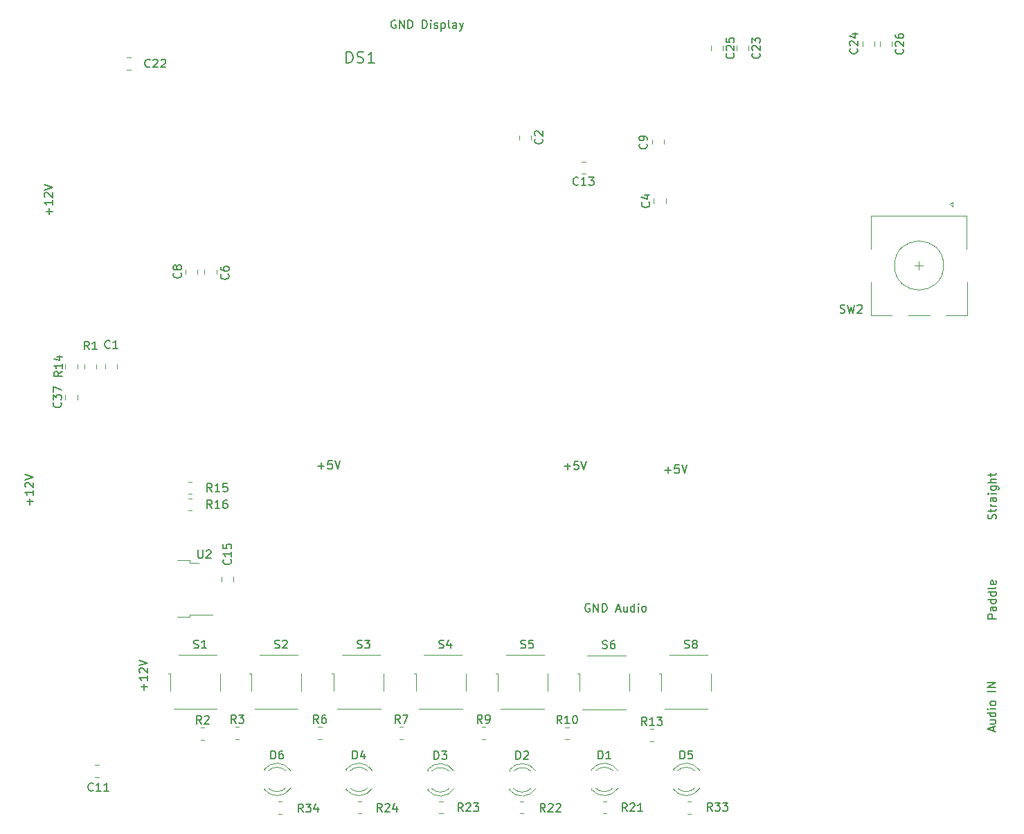
<source format=gbr>
%TF.GenerationSoftware,KiCad,Pcbnew,(6.0.11-0)*%
%TF.CreationDate,2023-05-23T17:58:13+02:00*%
%TF.ProjectId,Keyer_MEGA2560,4b657965-725f-44d4-9547-41323536302e,rev?*%
%TF.SameCoordinates,Original*%
%TF.FileFunction,Legend,Top*%
%TF.FilePolarity,Positive*%
%FSLAX46Y46*%
G04 Gerber Fmt 4.6, Leading zero omitted, Abs format (unit mm)*
G04 Created by KiCad (PCBNEW (6.0.11-0)) date 2023-05-23 17:58:13*
%MOMM*%
%LPD*%
G01*
G04 APERTURE LIST*
%ADD10C,0.150000*%
%ADD11C,0.120000*%
%ADD12C,0.100000*%
G04 APERTURE END LIST*
D10*
X294552666Y-161980190D02*
X294552666Y-161504000D01*
X294838380Y-162075428D02*
X293838380Y-161742095D01*
X294838380Y-161408761D01*
X294171714Y-160646857D02*
X294838380Y-160646857D01*
X294171714Y-161075428D02*
X294695523Y-161075428D01*
X294790761Y-161027809D01*
X294838380Y-160932571D01*
X294838380Y-160789714D01*
X294790761Y-160694476D01*
X294743142Y-160646857D01*
X294838380Y-159742095D02*
X293838380Y-159742095D01*
X294790761Y-159742095D02*
X294838380Y-159837333D01*
X294838380Y-160027809D01*
X294790761Y-160123047D01*
X294743142Y-160170666D01*
X294647904Y-160218285D01*
X294362190Y-160218285D01*
X294266952Y-160170666D01*
X294219333Y-160123047D01*
X294171714Y-160027809D01*
X294171714Y-159837333D01*
X294219333Y-159742095D01*
X294838380Y-159265904D02*
X294171714Y-159265904D01*
X293838380Y-159265904D02*
X293886000Y-159313523D01*
X293933619Y-159265904D01*
X293886000Y-159218285D01*
X293838380Y-159265904D01*
X293933619Y-159265904D01*
X294838380Y-158646857D02*
X294790761Y-158742095D01*
X294743142Y-158789714D01*
X294647904Y-158837333D01*
X294362190Y-158837333D01*
X294266952Y-158789714D01*
X294219333Y-158742095D01*
X294171714Y-158646857D01*
X294171714Y-158504000D01*
X294219333Y-158408761D01*
X294266952Y-158361142D01*
X294362190Y-158313523D01*
X294647904Y-158313523D01*
X294743142Y-158361142D01*
X294790761Y-158408761D01*
X294838380Y-158504000D01*
X294838380Y-158646857D01*
X294838380Y-157123047D02*
X293838380Y-157123047D01*
X294838380Y-156646857D02*
X293838380Y-156646857D01*
X294838380Y-156075428D01*
X293838380Y-156075428D01*
X294841561Y-136010304D02*
X294889180Y-135867447D01*
X294889180Y-135629352D01*
X294841561Y-135534114D01*
X294793942Y-135486495D01*
X294698704Y-135438876D01*
X294603466Y-135438876D01*
X294508228Y-135486495D01*
X294460609Y-135534114D01*
X294412990Y-135629352D01*
X294365371Y-135819828D01*
X294317752Y-135915066D01*
X294270133Y-135962685D01*
X294174895Y-136010304D01*
X294079657Y-136010304D01*
X293984419Y-135962685D01*
X293936800Y-135915066D01*
X293889180Y-135819828D01*
X293889180Y-135581733D01*
X293936800Y-135438876D01*
X294222514Y-135153161D02*
X294222514Y-134772209D01*
X293889180Y-135010304D02*
X294746323Y-135010304D01*
X294841561Y-134962685D01*
X294889180Y-134867447D01*
X294889180Y-134772209D01*
X294889180Y-134438876D02*
X294222514Y-134438876D01*
X294412990Y-134438876D02*
X294317752Y-134391257D01*
X294270133Y-134343638D01*
X294222514Y-134248400D01*
X294222514Y-134153161D01*
X294889180Y-133391257D02*
X294365371Y-133391257D01*
X294270133Y-133438876D01*
X294222514Y-133534114D01*
X294222514Y-133724590D01*
X294270133Y-133819828D01*
X294841561Y-133391257D02*
X294889180Y-133486495D01*
X294889180Y-133724590D01*
X294841561Y-133819828D01*
X294746323Y-133867447D01*
X294651085Y-133867447D01*
X294555847Y-133819828D01*
X294508228Y-133724590D01*
X294508228Y-133486495D01*
X294460609Y-133391257D01*
X294889180Y-132915066D02*
X294222514Y-132915066D01*
X293889180Y-132915066D02*
X293936800Y-132962685D01*
X293984419Y-132915066D01*
X293936800Y-132867447D01*
X293889180Y-132915066D01*
X293984419Y-132915066D01*
X294222514Y-132010304D02*
X295032038Y-132010304D01*
X295127276Y-132057923D01*
X295174895Y-132105542D01*
X295222514Y-132200780D01*
X295222514Y-132343638D01*
X295174895Y-132438876D01*
X294841561Y-132010304D02*
X294889180Y-132105542D01*
X294889180Y-132296019D01*
X294841561Y-132391257D01*
X294793942Y-132438876D01*
X294698704Y-132486495D01*
X294412990Y-132486495D01*
X294317752Y-132438876D01*
X294270133Y-132391257D01*
X294222514Y-132296019D01*
X294222514Y-132105542D01*
X294270133Y-132010304D01*
X294889180Y-131534114D02*
X293889180Y-131534114D01*
X294889180Y-131105542D02*
X294365371Y-131105542D01*
X294270133Y-131153161D01*
X294222514Y-131248400D01*
X294222514Y-131391257D01*
X294270133Y-131486495D01*
X294317752Y-131534114D01*
X294222514Y-130772209D02*
X294222514Y-130391257D01*
X293889180Y-130629352D02*
X294746323Y-130629352D01*
X294841561Y-130581733D01*
X294889180Y-130486495D01*
X294889180Y-130391257D01*
X211972685Y-129509828D02*
X212734590Y-129509828D01*
X212353638Y-129890780D02*
X212353638Y-129128876D01*
X213686971Y-128890780D02*
X213210780Y-128890780D01*
X213163161Y-129366971D01*
X213210780Y-129319352D01*
X213306019Y-129271733D01*
X213544114Y-129271733D01*
X213639352Y-129319352D01*
X213686971Y-129366971D01*
X213734590Y-129462209D01*
X213734590Y-129700304D01*
X213686971Y-129795542D01*
X213639352Y-129843161D01*
X213544114Y-129890780D01*
X213306019Y-129890780D01*
X213210780Y-129843161D01*
X213163161Y-129795542D01*
X214020304Y-128890780D02*
X214353638Y-129890780D01*
X214686971Y-128890780D01*
X176753828Y-134248304D02*
X176753828Y-133486400D01*
X177134780Y-133867352D02*
X176372876Y-133867352D01*
X177134780Y-132486400D02*
X177134780Y-133057828D01*
X177134780Y-132772114D02*
X176134780Y-132772114D01*
X176277638Y-132867352D01*
X176372876Y-132962590D01*
X176420495Y-133057828D01*
X176230019Y-132105447D02*
X176182400Y-132057828D01*
X176134780Y-131962590D01*
X176134780Y-131724495D01*
X176182400Y-131629257D01*
X176230019Y-131581638D01*
X176325257Y-131534019D01*
X176420495Y-131534019D01*
X176563352Y-131581638D01*
X177134780Y-132153066D01*
X177134780Y-131534019D01*
X176134780Y-131248304D02*
X177134780Y-130914971D01*
X176134780Y-130581638D01*
X294889180Y-148207123D02*
X293889180Y-148207123D01*
X293889180Y-147826171D01*
X293936800Y-147730933D01*
X293984419Y-147683314D01*
X294079657Y-147635695D01*
X294222514Y-147635695D01*
X294317752Y-147683314D01*
X294365371Y-147730933D01*
X294412990Y-147826171D01*
X294412990Y-148207123D01*
X294889180Y-146778552D02*
X294365371Y-146778552D01*
X294270133Y-146826171D01*
X294222514Y-146921409D01*
X294222514Y-147111885D01*
X294270133Y-147207123D01*
X294841561Y-146778552D02*
X294889180Y-146873790D01*
X294889180Y-147111885D01*
X294841561Y-147207123D01*
X294746323Y-147254742D01*
X294651085Y-147254742D01*
X294555847Y-147207123D01*
X294508228Y-147111885D01*
X294508228Y-146873790D01*
X294460609Y-146778552D01*
X294889180Y-145873790D02*
X293889180Y-145873790D01*
X294841561Y-145873790D02*
X294889180Y-145969028D01*
X294889180Y-146159504D01*
X294841561Y-146254742D01*
X294793942Y-146302361D01*
X294698704Y-146349980D01*
X294412990Y-146349980D01*
X294317752Y-146302361D01*
X294270133Y-146254742D01*
X294222514Y-146159504D01*
X294222514Y-145969028D01*
X294270133Y-145873790D01*
X294889180Y-144969028D02*
X293889180Y-144969028D01*
X294841561Y-144969028D02*
X294889180Y-145064266D01*
X294889180Y-145254742D01*
X294841561Y-145349980D01*
X294793942Y-145397600D01*
X294698704Y-145445219D01*
X294412990Y-145445219D01*
X294317752Y-145397600D01*
X294270133Y-145349980D01*
X294222514Y-145254742D01*
X294222514Y-145064266D01*
X294270133Y-144969028D01*
X294889180Y-144349980D02*
X294841561Y-144445219D01*
X294746323Y-144492838D01*
X293889180Y-144492838D01*
X294841561Y-143588076D02*
X294889180Y-143683314D01*
X294889180Y-143873790D01*
X294841561Y-143969028D01*
X294746323Y-144016647D01*
X294365371Y-144016647D01*
X294270133Y-143969028D01*
X294222514Y-143873790D01*
X294222514Y-143683314D01*
X294270133Y-143588076D01*
X294365371Y-143540457D01*
X294460609Y-143540457D01*
X294555847Y-144016647D01*
X242097085Y-129560628D02*
X242858990Y-129560628D01*
X242478038Y-129941580D02*
X242478038Y-129179676D01*
X243811371Y-128941580D02*
X243335180Y-128941580D01*
X243287561Y-129417771D01*
X243335180Y-129370152D01*
X243430419Y-129322533D01*
X243668514Y-129322533D01*
X243763752Y-129370152D01*
X243811371Y-129417771D01*
X243858990Y-129513009D01*
X243858990Y-129751104D01*
X243811371Y-129846342D01*
X243763752Y-129893961D01*
X243668514Y-129941580D01*
X243430419Y-129941580D01*
X243335180Y-129893961D01*
X243287561Y-129846342D01*
X244144704Y-128941580D02*
X244478038Y-129941580D01*
X244811371Y-128941580D01*
X190723828Y-156955904D02*
X190723828Y-156194000D01*
X191104780Y-156574952D02*
X190342876Y-156574952D01*
X191104780Y-155194000D02*
X191104780Y-155765428D01*
X191104780Y-155479714D02*
X190104780Y-155479714D01*
X190247638Y-155574952D01*
X190342876Y-155670190D01*
X190390495Y-155765428D01*
X190200019Y-154813047D02*
X190152400Y-154765428D01*
X190104780Y-154670190D01*
X190104780Y-154432095D01*
X190152400Y-154336857D01*
X190200019Y-154289238D01*
X190295257Y-154241619D01*
X190390495Y-154241619D01*
X190533352Y-154289238D01*
X191104780Y-154860666D01*
X191104780Y-154241619D01*
X190104780Y-153955904D02*
X191104780Y-153622571D01*
X190104780Y-153289238D01*
X179090628Y-98739104D02*
X179090628Y-97977200D01*
X179471580Y-98358152D02*
X178709676Y-98358152D01*
X179471580Y-96977200D02*
X179471580Y-97548628D01*
X179471580Y-97262914D02*
X178471580Y-97262914D01*
X178614438Y-97358152D01*
X178709676Y-97453390D01*
X178757295Y-97548628D01*
X178566819Y-96596247D02*
X178519200Y-96548628D01*
X178471580Y-96453390D01*
X178471580Y-96215295D01*
X178519200Y-96120057D01*
X178566819Y-96072438D01*
X178662057Y-96024819D01*
X178757295Y-96024819D01*
X178900152Y-96072438D01*
X179471580Y-96643866D01*
X179471580Y-96024819D01*
X178471580Y-95739104D02*
X179471580Y-95405771D01*
X178471580Y-95072438D01*
X245194533Y-146413600D02*
X245099295Y-146365980D01*
X244956438Y-146365980D01*
X244813580Y-146413600D01*
X244718342Y-146508838D01*
X244670723Y-146604076D01*
X244623104Y-146794552D01*
X244623104Y-146937409D01*
X244670723Y-147127885D01*
X244718342Y-147223123D01*
X244813580Y-147318361D01*
X244956438Y-147365980D01*
X245051676Y-147365980D01*
X245194533Y-147318361D01*
X245242152Y-147270742D01*
X245242152Y-146937409D01*
X245051676Y-146937409D01*
X245670723Y-147365980D02*
X245670723Y-146365980D01*
X246242152Y-147365980D01*
X246242152Y-146365980D01*
X246718342Y-147365980D02*
X246718342Y-146365980D01*
X246956438Y-146365980D01*
X247099295Y-146413600D01*
X247194533Y-146508838D01*
X247242152Y-146604076D01*
X247289771Y-146794552D01*
X247289771Y-146937409D01*
X247242152Y-147127885D01*
X247194533Y-147223123D01*
X247099295Y-147318361D01*
X246956438Y-147365980D01*
X246718342Y-147365980D01*
X248432628Y-147080266D02*
X248908819Y-147080266D01*
X248337390Y-147365980D02*
X248670723Y-146365980D01*
X249004057Y-147365980D01*
X249765961Y-146699314D02*
X249765961Y-147365980D01*
X249337390Y-146699314D02*
X249337390Y-147223123D01*
X249385009Y-147318361D01*
X249480247Y-147365980D01*
X249623104Y-147365980D01*
X249718342Y-147318361D01*
X249765961Y-147270742D01*
X250670723Y-147365980D02*
X250670723Y-146365980D01*
X250670723Y-147318361D02*
X250575485Y-147365980D01*
X250385009Y-147365980D01*
X250289771Y-147318361D01*
X250242152Y-147270742D01*
X250194533Y-147175504D01*
X250194533Y-146889790D01*
X250242152Y-146794552D01*
X250289771Y-146746933D01*
X250385009Y-146699314D01*
X250575485Y-146699314D01*
X250670723Y-146746933D01*
X251146914Y-147365980D02*
X251146914Y-146699314D01*
X251146914Y-146365980D02*
X251099295Y-146413600D01*
X251146914Y-146461219D01*
X251194533Y-146413600D01*
X251146914Y-146365980D01*
X251146914Y-146461219D01*
X251765961Y-147365980D02*
X251670723Y-147318361D01*
X251623104Y-147270742D01*
X251575485Y-147175504D01*
X251575485Y-146889790D01*
X251623104Y-146794552D01*
X251670723Y-146746933D01*
X251765961Y-146699314D01*
X251908819Y-146699314D01*
X252004057Y-146746933D01*
X252051676Y-146794552D01*
X252099295Y-146889790D01*
X252099295Y-147175504D01*
X252051676Y-147270742D01*
X252004057Y-147318361D01*
X251908819Y-147365980D01*
X251765961Y-147365980D01*
X254390685Y-130017828D02*
X255152590Y-130017828D01*
X254771638Y-130398780D02*
X254771638Y-129636876D01*
X256104971Y-129398780D02*
X255628780Y-129398780D01*
X255581161Y-129874971D01*
X255628780Y-129827352D01*
X255724019Y-129779733D01*
X255962114Y-129779733D01*
X256057352Y-129827352D01*
X256104971Y-129874971D01*
X256152590Y-129970209D01*
X256152590Y-130208304D01*
X256104971Y-130303542D01*
X256057352Y-130351161D01*
X255962114Y-130398780D01*
X255724019Y-130398780D01*
X255628780Y-130351161D01*
X255581161Y-130303542D01*
X256438304Y-129398780D02*
X256771638Y-130398780D01*
X257104971Y-129398780D01*
X221464666Y-74988800D02*
X221369428Y-74941180D01*
X221226571Y-74941180D01*
X221083714Y-74988800D01*
X220988476Y-75084038D01*
X220940857Y-75179276D01*
X220893238Y-75369752D01*
X220893238Y-75512609D01*
X220940857Y-75703085D01*
X220988476Y-75798323D01*
X221083714Y-75893561D01*
X221226571Y-75941180D01*
X221321809Y-75941180D01*
X221464666Y-75893561D01*
X221512285Y-75845942D01*
X221512285Y-75512609D01*
X221321809Y-75512609D01*
X221940857Y-75941180D02*
X221940857Y-74941180D01*
X222512285Y-75941180D01*
X222512285Y-74941180D01*
X222988476Y-75941180D02*
X222988476Y-74941180D01*
X223226571Y-74941180D01*
X223369428Y-74988800D01*
X223464666Y-75084038D01*
X223512285Y-75179276D01*
X223559904Y-75369752D01*
X223559904Y-75512609D01*
X223512285Y-75703085D01*
X223464666Y-75798323D01*
X223369428Y-75893561D01*
X223226571Y-75941180D01*
X222988476Y-75941180D01*
X224750380Y-75941180D02*
X224750380Y-74941180D01*
X224988476Y-74941180D01*
X225131333Y-74988800D01*
X225226571Y-75084038D01*
X225274190Y-75179276D01*
X225321809Y-75369752D01*
X225321809Y-75512609D01*
X225274190Y-75703085D01*
X225226571Y-75798323D01*
X225131333Y-75893561D01*
X224988476Y-75941180D01*
X224750380Y-75941180D01*
X225750380Y-75941180D02*
X225750380Y-75274514D01*
X225750380Y-74941180D02*
X225702761Y-74988800D01*
X225750380Y-75036419D01*
X225798000Y-74988800D01*
X225750380Y-74941180D01*
X225750380Y-75036419D01*
X226178952Y-75893561D02*
X226274190Y-75941180D01*
X226464666Y-75941180D01*
X226559904Y-75893561D01*
X226607523Y-75798323D01*
X226607523Y-75750704D01*
X226559904Y-75655466D01*
X226464666Y-75607847D01*
X226321809Y-75607847D01*
X226226571Y-75560228D01*
X226178952Y-75464990D01*
X226178952Y-75417371D01*
X226226571Y-75322133D01*
X226321809Y-75274514D01*
X226464666Y-75274514D01*
X226559904Y-75322133D01*
X227036095Y-75274514D02*
X227036095Y-76274514D01*
X227036095Y-75322133D02*
X227131333Y-75274514D01*
X227321809Y-75274514D01*
X227417047Y-75322133D01*
X227464666Y-75369752D01*
X227512285Y-75464990D01*
X227512285Y-75750704D01*
X227464666Y-75845942D01*
X227417047Y-75893561D01*
X227321809Y-75941180D01*
X227131333Y-75941180D01*
X227036095Y-75893561D01*
X228083714Y-75941180D02*
X227988476Y-75893561D01*
X227940857Y-75798323D01*
X227940857Y-74941180D01*
X228893238Y-75941180D02*
X228893238Y-75417371D01*
X228845619Y-75322133D01*
X228750380Y-75274514D01*
X228559904Y-75274514D01*
X228464666Y-75322133D01*
X228893238Y-75893561D02*
X228798000Y-75941180D01*
X228559904Y-75941180D01*
X228464666Y-75893561D01*
X228417047Y-75798323D01*
X228417047Y-75703085D01*
X228464666Y-75607847D01*
X228559904Y-75560228D01*
X228798000Y-75560228D01*
X228893238Y-75512609D01*
X229274190Y-75274514D02*
X229512285Y-75941180D01*
X229750380Y-75274514D02*
X229512285Y-75941180D01*
X229417047Y-76179276D01*
X229369428Y-76226895D01*
X229274190Y-76274514D01*
%TO.C,R33*%
X260164342Y-171749980D02*
X259831009Y-171273790D01*
X259592914Y-171749980D02*
X259592914Y-170749980D01*
X259973866Y-170749980D01*
X260069104Y-170797600D01*
X260116723Y-170845219D01*
X260164342Y-170940457D01*
X260164342Y-171083314D01*
X260116723Y-171178552D01*
X260069104Y-171226171D01*
X259973866Y-171273790D01*
X259592914Y-171273790D01*
X260497676Y-170749980D02*
X261116723Y-170749980D01*
X260783390Y-171130933D01*
X260926247Y-171130933D01*
X261021485Y-171178552D01*
X261069104Y-171226171D01*
X261116723Y-171321409D01*
X261116723Y-171559504D01*
X261069104Y-171654742D01*
X261021485Y-171702361D01*
X260926247Y-171749980D01*
X260640533Y-171749980D01*
X260545295Y-171702361D01*
X260497676Y-171654742D01*
X261450057Y-170749980D02*
X262069104Y-170749980D01*
X261735771Y-171130933D01*
X261878628Y-171130933D01*
X261973866Y-171178552D01*
X262021485Y-171226171D01*
X262069104Y-171321409D01*
X262069104Y-171559504D01*
X262021485Y-171654742D01*
X261973866Y-171702361D01*
X261878628Y-171749980D01*
X261592914Y-171749980D01*
X261497676Y-171702361D01*
X261450057Y-171654742D01*
%TO.C,S4*%
X226771295Y-151788761D02*
X226914152Y-151836380D01*
X227152247Y-151836380D01*
X227247485Y-151788761D01*
X227295104Y-151741142D01*
X227342723Y-151645904D01*
X227342723Y-151550666D01*
X227295104Y-151455428D01*
X227247485Y-151407809D01*
X227152247Y-151360190D01*
X226961771Y-151312571D01*
X226866533Y-151264952D01*
X226818914Y-151217333D01*
X226771295Y-151122095D01*
X226771295Y-151026857D01*
X226818914Y-150931619D01*
X226866533Y-150884000D01*
X226961771Y-150836380D01*
X227199866Y-150836380D01*
X227342723Y-150884000D01*
X228199866Y-151169714D02*
X228199866Y-151836380D01*
X227961771Y-150788761D02*
X227723676Y-151503047D01*
X228342723Y-151503047D01*
%TO.C,C11*%
X184472342Y-169216342D02*
X184424723Y-169263961D01*
X184281866Y-169311580D01*
X184186628Y-169311580D01*
X184043771Y-169263961D01*
X183948533Y-169168723D01*
X183900914Y-169073485D01*
X183853295Y-168883009D01*
X183853295Y-168740152D01*
X183900914Y-168549676D01*
X183948533Y-168454438D01*
X184043771Y-168359200D01*
X184186628Y-168311580D01*
X184281866Y-168311580D01*
X184424723Y-168359200D01*
X184472342Y-168406819D01*
X185424723Y-169311580D02*
X184853295Y-169311580D01*
X185139009Y-169311580D02*
X185139009Y-168311580D01*
X185043771Y-168454438D01*
X184948533Y-168549676D01*
X184853295Y-168597295D01*
X186377104Y-169311580D02*
X185805676Y-169311580D01*
X186091390Y-169311580D02*
X186091390Y-168311580D01*
X185996152Y-168454438D01*
X185900914Y-168549676D01*
X185805676Y-168597295D01*
%TO.C,C6*%
X200966342Y-106033866D02*
X201013961Y-106081485D01*
X201061580Y-106224342D01*
X201061580Y-106319580D01*
X201013961Y-106462438D01*
X200918723Y-106557676D01*
X200823485Y-106605295D01*
X200633009Y-106652914D01*
X200490152Y-106652914D01*
X200299676Y-106605295D01*
X200204438Y-106557676D01*
X200109200Y-106462438D01*
X200061580Y-106319580D01*
X200061580Y-106224342D01*
X200109200Y-106081485D01*
X200156819Y-106033866D01*
X200061580Y-105176723D02*
X200061580Y-105367200D01*
X200109200Y-105462438D01*
X200156819Y-105510057D01*
X200299676Y-105605295D01*
X200490152Y-105652914D01*
X200871104Y-105652914D01*
X200966342Y-105605295D01*
X201013961Y-105557676D01*
X201061580Y-105462438D01*
X201061580Y-105271961D01*
X201013961Y-105176723D01*
X200966342Y-105129104D01*
X200871104Y-105081485D01*
X200633009Y-105081485D01*
X200537771Y-105129104D01*
X200490152Y-105176723D01*
X200442533Y-105271961D01*
X200442533Y-105462438D01*
X200490152Y-105557676D01*
X200537771Y-105605295D01*
X200633009Y-105652914D01*
%TO.C,S5*%
X236778895Y-151788761D02*
X236921752Y-151836380D01*
X237159847Y-151836380D01*
X237255085Y-151788761D01*
X237302704Y-151741142D01*
X237350323Y-151645904D01*
X237350323Y-151550666D01*
X237302704Y-151455428D01*
X237255085Y-151407809D01*
X237159847Y-151360190D01*
X236969371Y-151312571D01*
X236874133Y-151264952D01*
X236826514Y-151217333D01*
X236778895Y-151122095D01*
X236778895Y-151026857D01*
X236826514Y-150931619D01*
X236874133Y-150884000D01*
X236969371Y-150836380D01*
X237207466Y-150836380D01*
X237350323Y-150884000D01*
X238255085Y-150836380D02*
X237778895Y-150836380D01*
X237731276Y-151312571D01*
X237778895Y-151264952D01*
X237874133Y-151217333D01*
X238112228Y-151217333D01*
X238207466Y-151264952D01*
X238255085Y-151312571D01*
X238302704Y-151407809D01*
X238302704Y-151645904D01*
X238255085Y-151741142D01*
X238207466Y-151788761D01*
X238112228Y-151836380D01*
X237874133Y-151836380D01*
X237778895Y-151788761D01*
X237731276Y-151741142D01*
%TO.C,R1*%
X183983333Y-115260380D02*
X183650000Y-114784190D01*
X183411904Y-115260380D02*
X183411904Y-114260380D01*
X183792857Y-114260380D01*
X183888095Y-114308000D01*
X183935714Y-114355619D01*
X183983333Y-114450857D01*
X183983333Y-114593714D01*
X183935714Y-114688952D01*
X183888095Y-114736571D01*
X183792857Y-114784190D01*
X183411904Y-114784190D01*
X184935714Y-115260380D02*
X184364285Y-115260380D01*
X184650000Y-115260380D02*
X184650000Y-114260380D01*
X184554761Y-114403238D01*
X184459523Y-114498476D01*
X184364285Y-114546095D01*
%TO.C,C15*%
X201271142Y-140977857D02*
X201318761Y-141025476D01*
X201366380Y-141168333D01*
X201366380Y-141263571D01*
X201318761Y-141406428D01*
X201223523Y-141501666D01*
X201128285Y-141549285D01*
X200937809Y-141596904D01*
X200794952Y-141596904D01*
X200604476Y-141549285D01*
X200509238Y-141501666D01*
X200414000Y-141406428D01*
X200366380Y-141263571D01*
X200366380Y-141168333D01*
X200414000Y-141025476D01*
X200461619Y-140977857D01*
X201366380Y-140025476D02*
X201366380Y-140596904D01*
X201366380Y-140311190D02*
X200366380Y-140311190D01*
X200509238Y-140406428D01*
X200604476Y-140501666D01*
X200652095Y-140596904D01*
X200366380Y-139120714D02*
X200366380Y-139596904D01*
X200842571Y-139644523D01*
X200794952Y-139596904D01*
X200747333Y-139501666D01*
X200747333Y-139263571D01*
X200794952Y-139168333D01*
X200842571Y-139120714D01*
X200937809Y-139073095D01*
X201175904Y-139073095D01*
X201271142Y-139120714D01*
X201318761Y-139168333D01*
X201366380Y-139263571D01*
X201366380Y-139501666D01*
X201318761Y-139596904D01*
X201271142Y-139644523D01*
%TO.C,C9*%
X252140962Y-90067466D02*
X252188581Y-90115085D01*
X252236200Y-90257942D01*
X252236200Y-90353180D01*
X252188581Y-90496038D01*
X252093343Y-90591276D01*
X251998105Y-90638895D01*
X251807629Y-90686514D01*
X251664772Y-90686514D01*
X251474296Y-90638895D01*
X251379058Y-90591276D01*
X251283820Y-90496038D01*
X251236200Y-90353180D01*
X251236200Y-90257942D01*
X251283820Y-90115085D01*
X251331439Y-90067466D01*
X252236200Y-89591276D02*
X252236200Y-89400800D01*
X252188581Y-89305561D01*
X252140962Y-89257942D01*
X251998105Y-89162704D01*
X251807629Y-89115085D01*
X251426677Y-89115085D01*
X251331439Y-89162704D01*
X251283820Y-89210323D01*
X251236200Y-89305561D01*
X251236200Y-89496038D01*
X251283820Y-89591276D01*
X251331439Y-89638895D01*
X251426677Y-89686514D01*
X251664772Y-89686514D01*
X251760010Y-89638895D01*
X251807629Y-89591276D01*
X251855248Y-89496038D01*
X251855248Y-89305561D01*
X251807629Y-89210323D01*
X251760010Y-89162704D01*
X251664772Y-89115085D01*
%TO.C,R13*%
X252137942Y-161260780D02*
X251804609Y-160784590D01*
X251566514Y-161260780D02*
X251566514Y-160260780D01*
X251947466Y-160260780D01*
X252042704Y-160308400D01*
X252090323Y-160356019D01*
X252137942Y-160451257D01*
X252137942Y-160594114D01*
X252090323Y-160689352D01*
X252042704Y-160736971D01*
X251947466Y-160784590D01*
X251566514Y-160784590D01*
X253090323Y-161260780D02*
X252518895Y-161260780D01*
X252804609Y-161260780D02*
X252804609Y-160260780D01*
X252709371Y-160403638D01*
X252614133Y-160498876D01*
X252518895Y-160546495D01*
X253423657Y-160260780D02*
X254042704Y-160260780D01*
X253709371Y-160641733D01*
X253852228Y-160641733D01*
X253947466Y-160689352D01*
X253995085Y-160736971D01*
X254042704Y-160832209D01*
X254042704Y-161070304D01*
X253995085Y-161165542D01*
X253947466Y-161213161D01*
X253852228Y-161260780D01*
X253566514Y-161260780D01*
X253471276Y-161213161D01*
X253423657Y-161165542D01*
%TO.C,S3*%
X216762255Y-151791961D02*
X216905112Y-151839580D01*
X217143207Y-151839580D01*
X217238445Y-151791961D01*
X217286064Y-151744342D01*
X217333683Y-151649104D01*
X217333683Y-151553866D01*
X217286064Y-151458628D01*
X217238445Y-151411009D01*
X217143207Y-151363390D01*
X216952731Y-151315771D01*
X216857493Y-151268152D01*
X216809874Y-151220533D01*
X216762255Y-151125295D01*
X216762255Y-151030057D01*
X216809874Y-150934819D01*
X216857493Y-150887200D01*
X216952731Y-150839580D01*
X217190826Y-150839580D01*
X217333683Y-150887200D01*
X217667017Y-150839580D02*
X218286064Y-150839580D01*
X217952731Y-151220533D01*
X218095588Y-151220533D01*
X218190826Y-151268152D01*
X218238445Y-151315771D01*
X218286064Y-151411009D01*
X218286064Y-151649104D01*
X218238445Y-151744342D01*
X218190826Y-151791961D01*
X218095588Y-151839580D01*
X217809874Y-151839580D01*
X217714636Y-151791961D01*
X217667017Y-151744342D01*
%TO.C,D2*%
X236193104Y-165436679D02*
X236193104Y-164436679D01*
X236431200Y-164436679D01*
X236574057Y-164484299D01*
X236669295Y-164579537D01*
X236716914Y-164674775D01*
X236764533Y-164865251D01*
X236764533Y-165008108D01*
X236716914Y-165198584D01*
X236669295Y-165293822D01*
X236574057Y-165389060D01*
X236431200Y-165436679D01*
X236193104Y-165436679D01*
X237145485Y-164531918D02*
X237193104Y-164484299D01*
X237288342Y-164436679D01*
X237526438Y-164436679D01*
X237621676Y-164484299D01*
X237669295Y-164531918D01*
X237716914Y-164627156D01*
X237716914Y-164722394D01*
X237669295Y-164865251D01*
X237097866Y-165436679D01*
X237716914Y-165436679D01*
%TO.C,S6*%
X246762255Y-151824761D02*
X246905112Y-151872380D01*
X247143207Y-151872380D01*
X247238445Y-151824761D01*
X247286064Y-151777142D01*
X247333683Y-151681904D01*
X247333683Y-151586666D01*
X247286064Y-151491428D01*
X247238445Y-151443809D01*
X247143207Y-151396190D01*
X246952731Y-151348571D01*
X246857493Y-151300952D01*
X246809874Y-151253333D01*
X246762255Y-151158095D01*
X246762255Y-151062857D01*
X246809874Y-150967619D01*
X246857493Y-150920000D01*
X246952731Y-150872380D01*
X247190826Y-150872380D01*
X247333683Y-150920000D01*
X248190826Y-150872380D02*
X248000350Y-150872380D01*
X247905112Y-150920000D01*
X247857493Y-150967619D01*
X247762255Y-151110476D01*
X247714636Y-151300952D01*
X247714636Y-151681904D01*
X247762255Y-151777142D01*
X247809874Y-151824761D01*
X247905112Y-151872380D01*
X248095588Y-151872380D01*
X248190826Y-151824761D01*
X248238445Y-151777142D01*
X248286064Y-151681904D01*
X248286064Y-151443809D01*
X248238445Y-151348571D01*
X248190826Y-151300952D01*
X248095588Y-151253333D01*
X247905112Y-151253333D01*
X247809874Y-151300952D01*
X247762255Y-151348571D01*
X247714636Y-151443809D01*
%TO.C,R23*%
X229684342Y-171800780D02*
X229351009Y-171324590D01*
X229112914Y-171800780D02*
X229112914Y-170800780D01*
X229493866Y-170800780D01*
X229589104Y-170848400D01*
X229636723Y-170896019D01*
X229684342Y-170991257D01*
X229684342Y-171134114D01*
X229636723Y-171229352D01*
X229589104Y-171276971D01*
X229493866Y-171324590D01*
X229112914Y-171324590D01*
X230065295Y-170896019D02*
X230112914Y-170848400D01*
X230208152Y-170800780D01*
X230446247Y-170800780D01*
X230541485Y-170848400D01*
X230589104Y-170896019D01*
X230636723Y-170991257D01*
X230636723Y-171086495D01*
X230589104Y-171229352D01*
X230017676Y-171800780D01*
X230636723Y-171800780D01*
X230970057Y-170800780D02*
X231589104Y-170800780D01*
X231255771Y-171181733D01*
X231398628Y-171181733D01*
X231493866Y-171229352D01*
X231541485Y-171276971D01*
X231589104Y-171372209D01*
X231589104Y-171610304D01*
X231541485Y-171705542D01*
X231493866Y-171753161D01*
X231398628Y-171800780D01*
X231112914Y-171800780D01*
X231017676Y-171753161D01*
X230970057Y-171705542D01*
%TO.C,S8*%
X256795295Y-151791961D02*
X256938152Y-151839580D01*
X257176247Y-151839580D01*
X257271485Y-151791961D01*
X257319104Y-151744342D01*
X257366723Y-151649104D01*
X257366723Y-151553866D01*
X257319104Y-151458628D01*
X257271485Y-151411009D01*
X257176247Y-151363390D01*
X256985771Y-151315771D01*
X256890533Y-151268152D01*
X256842914Y-151220533D01*
X256795295Y-151125295D01*
X256795295Y-151030057D01*
X256842914Y-150934819D01*
X256890533Y-150887200D01*
X256985771Y-150839580D01*
X257223866Y-150839580D01*
X257366723Y-150887200D01*
X257938152Y-151268152D02*
X257842914Y-151220533D01*
X257795295Y-151172914D01*
X257747676Y-151077676D01*
X257747676Y-151030057D01*
X257795295Y-150934819D01*
X257842914Y-150887200D01*
X257938152Y-150839580D01*
X258128628Y-150839580D01*
X258223866Y-150887200D01*
X258271485Y-150934819D01*
X258319104Y-151030057D01*
X258319104Y-151077676D01*
X258271485Y-151172914D01*
X258223866Y-151220533D01*
X258128628Y-151268152D01*
X257938152Y-151268152D01*
X257842914Y-151315771D01*
X257795295Y-151363390D01*
X257747676Y-151458628D01*
X257747676Y-151649104D01*
X257795295Y-151744342D01*
X257842914Y-151791961D01*
X257938152Y-151839580D01*
X258128628Y-151839580D01*
X258223866Y-151791961D01*
X258271485Y-151744342D01*
X258319104Y-151649104D01*
X258319104Y-151458628D01*
X258271485Y-151363390D01*
X258223866Y-151315771D01*
X258128628Y-151268152D01*
%TO.C,R22*%
X239742742Y-171851580D02*
X239409409Y-171375390D01*
X239171314Y-171851580D02*
X239171314Y-170851580D01*
X239552266Y-170851580D01*
X239647504Y-170899200D01*
X239695123Y-170946819D01*
X239742742Y-171042057D01*
X239742742Y-171184914D01*
X239695123Y-171280152D01*
X239647504Y-171327771D01*
X239552266Y-171375390D01*
X239171314Y-171375390D01*
X240123695Y-170946819D02*
X240171314Y-170899200D01*
X240266552Y-170851580D01*
X240504647Y-170851580D01*
X240599885Y-170899200D01*
X240647504Y-170946819D01*
X240695123Y-171042057D01*
X240695123Y-171137295D01*
X240647504Y-171280152D01*
X240076076Y-171851580D01*
X240695123Y-171851580D01*
X241076076Y-170946819D02*
X241123695Y-170899200D01*
X241218933Y-170851580D01*
X241457028Y-170851580D01*
X241552266Y-170899200D01*
X241599885Y-170946819D01*
X241647504Y-171042057D01*
X241647504Y-171137295D01*
X241599885Y-171280152D01*
X241028457Y-171851580D01*
X241647504Y-171851580D01*
%TO.C,D1*%
X246246504Y-165386380D02*
X246246504Y-164386380D01*
X246484600Y-164386380D01*
X246627457Y-164434000D01*
X246722695Y-164529238D01*
X246770314Y-164624476D01*
X246817933Y-164814952D01*
X246817933Y-164957809D01*
X246770314Y-165148285D01*
X246722695Y-165243523D01*
X246627457Y-165338761D01*
X246484600Y-165386380D01*
X246246504Y-165386380D01*
X247770314Y-165386380D02*
X247198885Y-165386380D01*
X247484600Y-165386380D02*
X247484600Y-164386380D01*
X247389361Y-164529238D01*
X247294123Y-164624476D01*
X247198885Y-164672095D01*
%TO.C,D4*%
X216214565Y-165386380D02*
X216214565Y-164386380D01*
X216452661Y-164386380D01*
X216595518Y-164434000D01*
X216690756Y-164529238D01*
X216738375Y-164624476D01*
X216785994Y-164814952D01*
X216785994Y-164957809D01*
X216738375Y-165148285D01*
X216690756Y-165243523D01*
X216595518Y-165338761D01*
X216452661Y-165386380D01*
X216214565Y-165386380D01*
X217643137Y-164719714D02*
X217643137Y-165386380D01*
X217405041Y-164338761D02*
X217166946Y-165053047D01*
X217785994Y-165053047D01*
%TO.C,C4*%
X252442162Y-97230266D02*
X252489781Y-97277885D01*
X252537400Y-97420742D01*
X252537400Y-97515980D01*
X252489781Y-97658838D01*
X252394543Y-97754076D01*
X252299305Y-97801695D01*
X252108829Y-97849314D01*
X251965972Y-97849314D01*
X251775496Y-97801695D01*
X251680258Y-97754076D01*
X251585020Y-97658838D01*
X251537400Y-97515980D01*
X251537400Y-97420742D01*
X251585020Y-97277885D01*
X251632639Y-97230266D01*
X251870734Y-96373123D02*
X252537400Y-96373123D01*
X251489781Y-96611219D02*
X252204067Y-96849314D01*
X252204067Y-96230266D01*
%TO.C,C13*%
X243790162Y-95051942D02*
X243742543Y-95099561D01*
X243599686Y-95147180D01*
X243504448Y-95147180D01*
X243361591Y-95099561D01*
X243266353Y-95004323D01*
X243218734Y-94909085D01*
X243171115Y-94718609D01*
X243171115Y-94575752D01*
X243218734Y-94385276D01*
X243266353Y-94290038D01*
X243361591Y-94194800D01*
X243504448Y-94147180D01*
X243599686Y-94147180D01*
X243742543Y-94194800D01*
X243790162Y-94242419D01*
X244742543Y-95147180D02*
X244171115Y-95147180D01*
X244456829Y-95147180D02*
X244456829Y-94147180D01*
X244361591Y-94290038D01*
X244266353Y-94385276D01*
X244171115Y-94432895D01*
X245075877Y-94147180D02*
X245694924Y-94147180D01*
X245361591Y-94528133D01*
X245504448Y-94528133D01*
X245599686Y-94575752D01*
X245647305Y-94623371D01*
X245694924Y-94718609D01*
X245694924Y-94956704D01*
X245647305Y-95051942D01*
X245599686Y-95099561D01*
X245504448Y-95147180D01*
X245218734Y-95147180D01*
X245123496Y-95099561D01*
X245075877Y-95051942D01*
%TO.C,R2*%
X197699333Y-161108380D02*
X197366000Y-160632190D01*
X197127904Y-161108380D02*
X197127904Y-160108380D01*
X197508857Y-160108380D01*
X197604095Y-160156000D01*
X197651714Y-160203619D01*
X197699333Y-160298857D01*
X197699333Y-160441714D01*
X197651714Y-160536952D01*
X197604095Y-160584571D01*
X197508857Y-160632190D01*
X197127904Y-160632190D01*
X198080285Y-160203619D02*
X198127904Y-160156000D01*
X198223142Y-160108380D01*
X198461238Y-160108380D01*
X198556476Y-160156000D01*
X198604095Y-160203619D01*
X198651714Y-160298857D01*
X198651714Y-160394095D01*
X198604095Y-160536952D01*
X198032666Y-161108380D01*
X198651714Y-161108380D01*
%TO.C,SW2*%
X275831466Y-110742361D02*
X275974323Y-110789980D01*
X276212419Y-110789980D01*
X276307657Y-110742361D01*
X276355276Y-110694742D01*
X276402895Y-110599504D01*
X276402895Y-110504266D01*
X276355276Y-110409028D01*
X276307657Y-110361409D01*
X276212419Y-110313790D01*
X276021942Y-110266171D01*
X275926704Y-110218552D01*
X275879085Y-110170933D01*
X275831466Y-110075695D01*
X275831466Y-109980457D01*
X275879085Y-109885219D01*
X275926704Y-109837600D01*
X276021942Y-109789980D01*
X276260038Y-109789980D01*
X276402895Y-109837600D01*
X276736228Y-109789980D02*
X276974323Y-110789980D01*
X277164800Y-110075695D01*
X277355276Y-110789980D01*
X277593371Y-109789980D01*
X277926704Y-109885219D02*
X277974323Y-109837600D01*
X278069561Y-109789980D01*
X278307657Y-109789980D01*
X278402895Y-109837600D01*
X278450514Y-109885219D01*
X278498133Y-109980457D01*
X278498133Y-110075695D01*
X278450514Y-110218552D01*
X277879085Y-110789980D01*
X278498133Y-110789980D01*
%TO.C,R9*%
X232040133Y-161006780D02*
X231706800Y-160530590D01*
X231468704Y-161006780D02*
X231468704Y-160006780D01*
X231849657Y-160006780D01*
X231944895Y-160054400D01*
X231992514Y-160102019D01*
X232040133Y-160197257D01*
X232040133Y-160340114D01*
X231992514Y-160435352D01*
X231944895Y-160482971D01*
X231849657Y-160530590D01*
X231468704Y-160530590D01*
X232516323Y-161006780D02*
X232706800Y-161006780D01*
X232802038Y-160959161D01*
X232849657Y-160911542D01*
X232944895Y-160768685D01*
X232992514Y-160578209D01*
X232992514Y-160197257D01*
X232944895Y-160102019D01*
X232897276Y-160054400D01*
X232802038Y-160006780D01*
X232611561Y-160006780D01*
X232516323Y-160054400D01*
X232468704Y-160102019D01*
X232421085Y-160197257D01*
X232421085Y-160435352D01*
X232468704Y-160530590D01*
X232516323Y-160578209D01*
X232611561Y-160625828D01*
X232802038Y-160625828D01*
X232897276Y-160578209D01*
X232944895Y-160530590D01*
X232992514Y-160435352D01*
%TO.C,C26*%
X283469142Y-78493857D02*
X283516761Y-78541476D01*
X283564380Y-78684333D01*
X283564380Y-78779571D01*
X283516761Y-78922428D01*
X283421523Y-79017666D01*
X283326285Y-79065285D01*
X283135809Y-79112904D01*
X282992952Y-79112904D01*
X282802476Y-79065285D01*
X282707238Y-79017666D01*
X282612000Y-78922428D01*
X282564380Y-78779571D01*
X282564380Y-78684333D01*
X282612000Y-78541476D01*
X282659619Y-78493857D01*
X282659619Y-78112904D02*
X282612000Y-78065285D01*
X282564380Y-77970047D01*
X282564380Y-77731952D01*
X282612000Y-77636714D01*
X282659619Y-77589095D01*
X282754857Y-77541476D01*
X282850095Y-77541476D01*
X282992952Y-77589095D01*
X283564380Y-78160523D01*
X283564380Y-77541476D01*
X282564380Y-76684333D02*
X282564380Y-76874809D01*
X282612000Y-76970047D01*
X282659619Y-77017666D01*
X282802476Y-77112904D01*
X282992952Y-77160523D01*
X283373904Y-77160523D01*
X283469142Y-77112904D01*
X283516761Y-77065285D01*
X283564380Y-76970047D01*
X283564380Y-76779571D01*
X283516761Y-76684333D01*
X283469142Y-76636714D01*
X283373904Y-76589095D01*
X283135809Y-76589095D01*
X283040571Y-76636714D01*
X282992952Y-76684333D01*
X282945333Y-76779571D01*
X282945333Y-76970047D01*
X282992952Y-77065285D01*
X283040571Y-77112904D01*
X283135809Y-77160523D01*
%TO.C,DS1*%
X215419200Y-80186133D02*
X215419200Y-78786133D01*
X215752533Y-78786133D01*
X215952533Y-78852800D01*
X216085866Y-78986133D01*
X216152533Y-79119466D01*
X216219200Y-79386133D01*
X216219200Y-79586133D01*
X216152533Y-79852800D01*
X216085866Y-79986133D01*
X215952533Y-80119466D01*
X215752533Y-80186133D01*
X215419200Y-80186133D01*
X216752533Y-80119466D02*
X216952533Y-80186133D01*
X217285866Y-80186133D01*
X217419200Y-80119466D01*
X217485866Y-80052800D01*
X217552533Y-79919466D01*
X217552533Y-79786133D01*
X217485866Y-79652800D01*
X217419200Y-79586133D01*
X217285866Y-79519466D01*
X217019200Y-79452800D01*
X216885866Y-79386133D01*
X216819200Y-79319466D01*
X216752533Y-79186133D01*
X216752533Y-79052800D01*
X216819200Y-78919466D01*
X216885866Y-78852800D01*
X217019200Y-78786133D01*
X217352533Y-78786133D01*
X217552533Y-78852800D01*
X218885866Y-80186133D02*
X218085866Y-80186133D01*
X218485866Y-80186133D02*
X218485866Y-78786133D01*
X218352533Y-78986133D01*
X218219200Y-79119466D01*
X218085866Y-79186133D01*
%TO.C,U2*%
X197307295Y-139812780D02*
X197307295Y-140622304D01*
X197354914Y-140717542D01*
X197402533Y-140765161D01*
X197497771Y-140812780D01*
X197688247Y-140812780D01*
X197783485Y-140765161D01*
X197831104Y-140717542D01*
X197878723Y-140622304D01*
X197878723Y-139812780D01*
X198307295Y-139908019D02*
X198354914Y-139860400D01*
X198450152Y-139812780D01*
X198688247Y-139812780D01*
X198783485Y-139860400D01*
X198831104Y-139908019D01*
X198878723Y-140003257D01*
X198878723Y-140098495D01*
X198831104Y-140241352D01*
X198259676Y-140812780D01*
X198878723Y-140812780D01*
%TO.C,R7*%
X221981733Y-161006780D02*
X221648400Y-160530590D01*
X221410304Y-161006780D02*
X221410304Y-160006780D01*
X221791257Y-160006780D01*
X221886495Y-160054400D01*
X221934114Y-160102019D01*
X221981733Y-160197257D01*
X221981733Y-160340114D01*
X221934114Y-160435352D01*
X221886495Y-160482971D01*
X221791257Y-160530590D01*
X221410304Y-160530590D01*
X222315066Y-160006780D02*
X222981733Y-160006780D01*
X222553161Y-161006780D01*
%TO.C,C23*%
X265943142Y-79001857D02*
X265990761Y-79049476D01*
X266038380Y-79192333D01*
X266038380Y-79287571D01*
X265990761Y-79430428D01*
X265895523Y-79525666D01*
X265800285Y-79573285D01*
X265609809Y-79620904D01*
X265466952Y-79620904D01*
X265276476Y-79573285D01*
X265181238Y-79525666D01*
X265086000Y-79430428D01*
X265038380Y-79287571D01*
X265038380Y-79192333D01*
X265086000Y-79049476D01*
X265133619Y-79001857D01*
X265133619Y-78620904D02*
X265086000Y-78573285D01*
X265038380Y-78478047D01*
X265038380Y-78239952D01*
X265086000Y-78144714D01*
X265133619Y-78097095D01*
X265228857Y-78049476D01*
X265324095Y-78049476D01*
X265466952Y-78097095D01*
X266038380Y-78668523D01*
X266038380Y-78049476D01*
X265038380Y-77716142D02*
X265038380Y-77097095D01*
X265419333Y-77430428D01*
X265419333Y-77287571D01*
X265466952Y-77192333D01*
X265514571Y-77144714D01*
X265609809Y-77097095D01*
X265847904Y-77097095D01*
X265943142Y-77144714D01*
X265990761Y-77192333D01*
X266038380Y-77287571D01*
X266038380Y-77573285D01*
X265990761Y-77668523D01*
X265943142Y-77716142D01*
%TO.C,S1*%
X196775095Y-151791961D02*
X196917952Y-151839580D01*
X197156047Y-151839580D01*
X197251285Y-151791961D01*
X197298904Y-151744342D01*
X197346523Y-151649104D01*
X197346523Y-151553866D01*
X197298904Y-151458628D01*
X197251285Y-151411009D01*
X197156047Y-151363390D01*
X196965571Y-151315771D01*
X196870333Y-151268152D01*
X196822714Y-151220533D01*
X196775095Y-151125295D01*
X196775095Y-151030057D01*
X196822714Y-150934819D01*
X196870333Y-150887200D01*
X196965571Y-150839580D01*
X197203666Y-150839580D01*
X197346523Y-150887200D01*
X198298904Y-151839580D02*
X197727476Y-151839580D01*
X198013190Y-151839580D02*
X198013190Y-150839580D01*
X197917952Y-150982438D01*
X197822714Y-151077676D01*
X197727476Y-151125295D01*
%TO.C,C37*%
X180490342Y-121750057D02*
X180537961Y-121797676D01*
X180585580Y-121940533D01*
X180585580Y-122035771D01*
X180537961Y-122178628D01*
X180442723Y-122273866D01*
X180347485Y-122321485D01*
X180157009Y-122369104D01*
X180014152Y-122369104D01*
X179823676Y-122321485D01*
X179728438Y-122273866D01*
X179633200Y-122178628D01*
X179585580Y-122035771D01*
X179585580Y-121940533D01*
X179633200Y-121797676D01*
X179680819Y-121750057D01*
X179585580Y-121416723D02*
X179585580Y-120797676D01*
X179966533Y-121131009D01*
X179966533Y-120988152D01*
X180014152Y-120892914D01*
X180061771Y-120845295D01*
X180157009Y-120797676D01*
X180395104Y-120797676D01*
X180490342Y-120845295D01*
X180537961Y-120892914D01*
X180585580Y-120988152D01*
X180585580Y-121273866D01*
X180537961Y-121369104D01*
X180490342Y-121416723D01*
X179585580Y-120464342D02*
X179585580Y-119797676D01*
X180585580Y-120226247D01*
%TO.C,D3*%
X226185504Y-165436679D02*
X226185504Y-164436679D01*
X226423600Y-164436679D01*
X226566457Y-164484299D01*
X226661695Y-164579537D01*
X226709314Y-164674775D01*
X226756933Y-164865251D01*
X226756933Y-165008108D01*
X226709314Y-165198584D01*
X226661695Y-165293822D01*
X226566457Y-165389060D01*
X226423600Y-165436679D01*
X226185504Y-165436679D01*
X227090266Y-164436679D02*
X227709314Y-164436679D01*
X227375980Y-164817632D01*
X227518838Y-164817632D01*
X227614076Y-164865251D01*
X227661695Y-164912870D01*
X227709314Y-165008108D01*
X227709314Y-165246203D01*
X227661695Y-165341441D01*
X227614076Y-165389060D01*
X227518838Y-165436679D01*
X227233123Y-165436679D01*
X227137885Y-165389060D01*
X227090266Y-165341441D01*
%TO.C,R6*%
X212024933Y-161006780D02*
X211691600Y-160530590D01*
X211453504Y-161006780D02*
X211453504Y-160006780D01*
X211834457Y-160006780D01*
X211929695Y-160054400D01*
X211977314Y-160102019D01*
X212024933Y-160197257D01*
X212024933Y-160340114D01*
X211977314Y-160435352D01*
X211929695Y-160482971D01*
X211834457Y-160530590D01*
X211453504Y-160530590D01*
X212882076Y-160006780D02*
X212691600Y-160006780D01*
X212596361Y-160054400D01*
X212548742Y-160102019D01*
X212453504Y-160244876D01*
X212405885Y-160435352D01*
X212405885Y-160816304D01*
X212453504Y-160911542D01*
X212501123Y-160959161D01*
X212596361Y-161006780D01*
X212786838Y-161006780D01*
X212882076Y-160959161D01*
X212929695Y-160911542D01*
X212977314Y-160816304D01*
X212977314Y-160578209D01*
X212929695Y-160482971D01*
X212882076Y-160435352D01*
X212786838Y-160387733D01*
X212596361Y-160387733D01*
X212501123Y-160435352D01*
X212453504Y-160482971D01*
X212405885Y-160578209D01*
%TO.C,R24*%
X219778342Y-171851580D02*
X219445009Y-171375390D01*
X219206914Y-171851580D02*
X219206914Y-170851580D01*
X219587866Y-170851580D01*
X219683104Y-170899200D01*
X219730723Y-170946819D01*
X219778342Y-171042057D01*
X219778342Y-171184914D01*
X219730723Y-171280152D01*
X219683104Y-171327771D01*
X219587866Y-171375390D01*
X219206914Y-171375390D01*
X220159295Y-170946819D02*
X220206914Y-170899200D01*
X220302152Y-170851580D01*
X220540247Y-170851580D01*
X220635485Y-170899200D01*
X220683104Y-170946819D01*
X220730723Y-171042057D01*
X220730723Y-171137295D01*
X220683104Y-171280152D01*
X220111676Y-171851580D01*
X220730723Y-171851580D01*
X221587866Y-171184914D02*
X221587866Y-171851580D01*
X221349771Y-170803961D02*
X221111676Y-171518247D01*
X221730723Y-171518247D01*
%TO.C,S2*%
X206681095Y-151791961D02*
X206823952Y-151839580D01*
X207062047Y-151839580D01*
X207157285Y-151791961D01*
X207204904Y-151744342D01*
X207252523Y-151649104D01*
X207252523Y-151553866D01*
X207204904Y-151458628D01*
X207157285Y-151411009D01*
X207062047Y-151363390D01*
X206871571Y-151315771D01*
X206776333Y-151268152D01*
X206728714Y-151220533D01*
X206681095Y-151125295D01*
X206681095Y-151030057D01*
X206728714Y-150934819D01*
X206776333Y-150887200D01*
X206871571Y-150839580D01*
X207109666Y-150839580D01*
X207252523Y-150887200D01*
X207633476Y-150934819D02*
X207681095Y-150887200D01*
X207776333Y-150839580D01*
X208014428Y-150839580D01*
X208109666Y-150887200D01*
X208157285Y-150934819D01*
X208204904Y-151030057D01*
X208204904Y-151125295D01*
X208157285Y-151268152D01*
X207585857Y-151839580D01*
X208204904Y-151839580D01*
%TO.C,R10*%
X241774742Y-161057580D02*
X241441409Y-160581390D01*
X241203314Y-161057580D02*
X241203314Y-160057580D01*
X241584266Y-160057580D01*
X241679504Y-160105200D01*
X241727123Y-160152819D01*
X241774742Y-160248057D01*
X241774742Y-160390914D01*
X241727123Y-160486152D01*
X241679504Y-160533771D01*
X241584266Y-160581390D01*
X241203314Y-160581390D01*
X242727123Y-161057580D02*
X242155695Y-161057580D01*
X242441409Y-161057580D02*
X242441409Y-160057580D01*
X242346171Y-160200438D01*
X242250933Y-160295676D01*
X242155695Y-160343295D01*
X243346171Y-160057580D02*
X243441409Y-160057580D01*
X243536647Y-160105200D01*
X243584266Y-160152819D01*
X243631885Y-160248057D01*
X243679504Y-160438533D01*
X243679504Y-160676628D01*
X243631885Y-160867104D01*
X243584266Y-160962342D01*
X243536647Y-161009961D01*
X243441409Y-161057580D01*
X243346171Y-161057580D01*
X243250933Y-161009961D01*
X243203314Y-160962342D01*
X243155695Y-160867104D01*
X243108076Y-160676628D01*
X243108076Y-160438533D01*
X243155695Y-160248057D01*
X243203314Y-160152819D01*
X243250933Y-160105200D01*
X243346171Y-160057580D01*
%TO.C,C1*%
X186523333Y-115038142D02*
X186475714Y-115085761D01*
X186332857Y-115133380D01*
X186237619Y-115133380D01*
X186094761Y-115085761D01*
X185999523Y-114990523D01*
X185951904Y-114895285D01*
X185904285Y-114704809D01*
X185904285Y-114561952D01*
X185951904Y-114371476D01*
X185999523Y-114276238D01*
X186094761Y-114181000D01*
X186237619Y-114133380D01*
X186332857Y-114133380D01*
X186475714Y-114181000D01*
X186523333Y-114228619D01*
X187475714Y-115133380D02*
X186904285Y-115133380D01*
X187190000Y-115133380D02*
X187190000Y-114133380D01*
X187094761Y-114276238D01*
X186999523Y-114371476D01*
X186904285Y-114419095D01*
%TO.C,R34*%
X210126342Y-171902380D02*
X209793009Y-171426190D01*
X209554914Y-171902380D02*
X209554914Y-170902380D01*
X209935866Y-170902380D01*
X210031104Y-170950000D01*
X210078723Y-170997619D01*
X210126342Y-171092857D01*
X210126342Y-171235714D01*
X210078723Y-171330952D01*
X210031104Y-171378571D01*
X209935866Y-171426190D01*
X209554914Y-171426190D01*
X210459676Y-170902380D02*
X211078723Y-170902380D01*
X210745390Y-171283333D01*
X210888247Y-171283333D01*
X210983485Y-171330952D01*
X211031104Y-171378571D01*
X211078723Y-171473809D01*
X211078723Y-171711904D01*
X211031104Y-171807142D01*
X210983485Y-171854761D01*
X210888247Y-171902380D01*
X210602533Y-171902380D01*
X210507295Y-171854761D01*
X210459676Y-171807142D01*
X211935866Y-171235714D02*
X211935866Y-171902380D01*
X211697771Y-170854761D02*
X211459676Y-171569047D01*
X212078723Y-171569047D01*
%TO.C,D6*%
X206216104Y-165386380D02*
X206216104Y-164386380D01*
X206454200Y-164386380D01*
X206597057Y-164434000D01*
X206692295Y-164529238D01*
X206739914Y-164624476D01*
X206787533Y-164814952D01*
X206787533Y-164957809D01*
X206739914Y-165148285D01*
X206692295Y-165243523D01*
X206597057Y-165338761D01*
X206454200Y-165386380D01*
X206216104Y-165386380D01*
X207644676Y-164386380D02*
X207454200Y-164386380D01*
X207358961Y-164434000D01*
X207311342Y-164481619D01*
X207216104Y-164624476D01*
X207168485Y-164814952D01*
X207168485Y-165195904D01*
X207216104Y-165291142D01*
X207263723Y-165338761D01*
X207358961Y-165386380D01*
X207549438Y-165386380D01*
X207644676Y-165338761D01*
X207692295Y-165291142D01*
X207739914Y-165195904D01*
X207739914Y-164957809D01*
X207692295Y-164862571D01*
X207644676Y-164814952D01*
X207549438Y-164767333D01*
X207358961Y-164767333D01*
X207263723Y-164814952D01*
X207216104Y-164862571D01*
X207168485Y-164957809D01*
%TO.C,R16*%
X199001142Y-134691380D02*
X198667809Y-134215190D01*
X198429714Y-134691380D02*
X198429714Y-133691380D01*
X198810666Y-133691380D01*
X198905904Y-133739000D01*
X198953523Y-133786619D01*
X199001142Y-133881857D01*
X199001142Y-134024714D01*
X198953523Y-134119952D01*
X198905904Y-134167571D01*
X198810666Y-134215190D01*
X198429714Y-134215190D01*
X199953523Y-134691380D02*
X199382095Y-134691380D01*
X199667809Y-134691380D02*
X199667809Y-133691380D01*
X199572571Y-133834238D01*
X199477333Y-133929476D01*
X199382095Y-133977095D01*
X200810666Y-133691380D02*
X200620190Y-133691380D01*
X200524952Y-133739000D01*
X200477333Y-133786619D01*
X200382095Y-133929476D01*
X200334476Y-134119952D01*
X200334476Y-134500904D01*
X200382095Y-134596142D01*
X200429714Y-134643761D01*
X200524952Y-134691380D01*
X200715428Y-134691380D01*
X200810666Y-134643761D01*
X200858285Y-134596142D01*
X200905904Y-134500904D01*
X200905904Y-134262809D01*
X200858285Y-134167571D01*
X200810666Y-134119952D01*
X200715428Y-134072333D01*
X200524952Y-134072333D01*
X200429714Y-134119952D01*
X200382095Y-134167571D01*
X200334476Y-134262809D01*
%TO.C,R3*%
X201915733Y-161006780D02*
X201582400Y-160530590D01*
X201344304Y-161006780D02*
X201344304Y-160006780D01*
X201725257Y-160006780D01*
X201820495Y-160054400D01*
X201868114Y-160102019D01*
X201915733Y-160197257D01*
X201915733Y-160340114D01*
X201868114Y-160435352D01*
X201820495Y-160482971D01*
X201725257Y-160530590D01*
X201344304Y-160530590D01*
X202249066Y-160006780D02*
X202868114Y-160006780D01*
X202534780Y-160387733D01*
X202677638Y-160387733D01*
X202772876Y-160435352D01*
X202820495Y-160482971D01*
X202868114Y-160578209D01*
X202868114Y-160816304D01*
X202820495Y-160911542D01*
X202772876Y-160959161D01*
X202677638Y-161006780D01*
X202391923Y-161006780D01*
X202296685Y-160959161D01*
X202249066Y-160911542D01*
%TO.C,R21*%
X249750342Y-171800780D02*
X249417009Y-171324590D01*
X249178914Y-171800780D02*
X249178914Y-170800780D01*
X249559866Y-170800780D01*
X249655104Y-170848400D01*
X249702723Y-170896019D01*
X249750342Y-170991257D01*
X249750342Y-171134114D01*
X249702723Y-171229352D01*
X249655104Y-171276971D01*
X249559866Y-171324590D01*
X249178914Y-171324590D01*
X250131295Y-170896019D02*
X250178914Y-170848400D01*
X250274152Y-170800780D01*
X250512247Y-170800780D01*
X250607485Y-170848400D01*
X250655104Y-170896019D01*
X250702723Y-170991257D01*
X250702723Y-171086495D01*
X250655104Y-171229352D01*
X250083676Y-171800780D01*
X250702723Y-171800780D01*
X251655104Y-171800780D02*
X251083676Y-171800780D01*
X251369390Y-171800780D02*
X251369390Y-170800780D01*
X251274152Y-170943638D01*
X251178914Y-171038876D01*
X251083676Y-171086495D01*
%TO.C,R14*%
X180690780Y-117940057D02*
X180214590Y-118273390D01*
X180690780Y-118511485D02*
X179690780Y-118511485D01*
X179690780Y-118130533D01*
X179738400Y-118035295D01*
X179786019Y-117987676D01*
X179881257Y-117940057D01*
X180024114Y-117940057D01*
X180119352Y-117987676D01*
X180166971Y-118035295D01*
X180214590Y-118130533D01*
X180214590Y-118511485D01*
X180690780Y-116987676D02*
X180690780Y-117559104D01*
X180690780Y-117273390D02*
X179690780Y-117273390D01*
X179833638Y-117368628D01*
X179928876Y-117463866D01*
X179976495Y-117559104D01*
X180024114Y-116130533D02*
X180690780Y-116130533D01*
X179643161Y-116368628D02*
X180357447Y-116606723D01*
X180357447Y-115987676D01*
%TO.C,C25*%
X262768142Y-79001857D02*
X262815761Y-79049476D01*
X262863380Y-79192333D01*
X262863380Y-79287571D01*
X262815761Y-79430428D01*
X262720523Y-79525666D01*
X262625285Y-79573285D01*
X262434809Y-79620904D01*
X262291952Y-79620904D01*
X262101476Y-79573285D01*
X262006238Y-79525666D01*
X261911000Y-79430428D01*
X261863380Y-79287571D01*
X261863380Y-79192333D01*
X261911000Y-79049476D01*
X261958619Y-79001857D01*
X261958619Y-78620904D02*
X261911000Y-78573285D01*
X261863380Y-78478047D01*
X261863380Y-78239952D01*
X261911000Y-78144714D01*
X261958619Y-78097095D01*
X262053857Y-78049476D01*
X262149095Y-78049476D01*
X262291952Y-78097095D01*
X262863380Y-78668523D01*
X262863380Y-78049476D01*
X261863380Y-77144714D02*
X261863380Y-77620904D01*
X262339571Y-77668523D01*
X262291952Y-77620904D01*
X262244333Y-77525666D01*
X262244333Y-77287571D01*
X262291952Y-77192333D01*
X262339571Y-77144714D01*
X262434809Y-77097095D01*
X262672904Y-77097095D01*
X262768142Y-77144714D01*
X262815761Y-77192333D01*
X262863380Y-77287571D01*
X262863380Y-77525666D01*
X262815761Y-77620904D01*
X262768142Y-77668523D01*
%TO.C,R15*%
X199001142Y-132659380D02*
X198667809Y-132183190D01*
X198429714Y-132659380D02*
X198429714Y-131659380D01*
X198810666Y-131659380D01*
X198905904Y-131707000D01*
X198953523Y-131754619D01*
X199001142Y-131849857D01*
X199001142Y-131992714D01*
X198953523Y-132087952D01*
X198905904Y-132135571D01*
X198810666Y-132183190D01*
X198429714Y-132183190D01*
X199953523Y-132659380D02*
X199382095Y-132659380D01*
X199667809Y-132659380D02*
X199667809Y-131659380D01*
X199572571Y-131802238D01*
X199477333Y-131897476D01*
X199382095Y-131945095D01*
X200858285Y-131659380D02*
X200382095Y-131659380D01*
X200334476Y-132135571D01*
X200382095Y-132087952D01*
X200477333Y-132040333D01*
X200715428Y-132040333D01*
X200810666Y-132087952D01*
X200858285Y-132135571D01*
X200905904Y-132230809D01*
X200905904Y-132468904D01*
X200858285Y-132564142D01*
X200810666Y-132611761D01*
X200715428Y-132659380D01*
X200477333Y-132659380D01*
X200382095Y-132611761D01*
X200334476Y-132564142D01*
%TO.C,C22*%
X191431942Y-80621142D02*
X191384323Y-80668761D01*
X191241466Y-80716380D01*
X191146228Y-80716380D01*
X191003371Y-80668761D01*
X190908133Y-80573523D01*
X190860514Y-80478285D01*
X190812895Y-80287809D01*
X190812895Y-80144952D01*
X190860514Y-79954476D01*
X190908133Y-79859238D01*
X191003371Y-79764000D01*
X191146228Y-79716380D01*
X191241466Y-79716380D01*
X191384323Y-79764000D01*
X191431942Y-79811619D01*
X191812895Y-79811619D02*
X191860514Y-79764000D01*
X191955752Y-79716380D01*
X192193847Y-79716380D01*
X192289085Y-79764000D01*
X192336704Y-79811619D01*
X192384323Y-79906857D01*
X192384323Y-80002095D01*
X192336704Y-80144952D01*
X191765276Y-80716380D01*
X192384323Y-80716380D01*
X192765276Y-79811619D02*
X192812895Y-79764000D01*
X192908133Y-79716380D01*
X193146228Y-79716380D01*
X193241466Y-79764000D01*
X193289085Y-79811619D01*
X193336704Y-79906857D01*
X193336704Y-80002095D01*
X193289085Y-80144952D01*
X192717657Y-80716380D01*
X193336704Y-80716380D01*
%TO.C,C2*%
X239342962Y-89451666D02*
X239390581Y-89499285D01*
X239438200Y-89642142D01*
X239438200Y-89737380D01*
X239390581Y-89880238D01*
X239295343Y-89975476D01*
X239200105Y-90023095D01*
X239009629Y-90070714D01*
X238866772Y-90070714D01*
X238676296Y-90023095D01*
X238581058Y-89975476D01*
X238485820Y-89880238D01*
X238438200Y-89737380D01*
X238438200Y-89642142D01*
X238485820Y-89499285D01*
X238533439Y-89451666D01*
X238533439Y-89070714D02*
X238485820Y-89023095D01*
X238438200Y-88927857D01*
X238438200Y-88689761D01*
X238485820Y-88594523D01*
X238533439Y-88546904D01*
X238628677Y-88499285D01*
X238723915Y-88499285D01*
X238866772Y-88546904D01*
X239438200Y-89118333D01*
X239438200Y-88499285D01*
%TO.C,C8*%
X195171542Y-105881466D02*
X195219161Y-105929085D01*
X195266780Y-106071942D01*
X195266780Y-106167180D01*
X195219161Y-106310038D01*
X195123923Y-106405276D01*
X195028685Y-106452895D01*
X194838209Y-106500514D01*
X194695352Y-106500514D01*
X194504876Y-106452895D01*
X194409638Y-106405276D01*
X194314400Y-106310038D01*
X194266780Y-106167180D01*
X194266780Y-106071942D01*
X194314400Y-105929085D01*
X194362019Y-105881466D01*
X194695352Y-105310038D02*
X194647733Y-105405276D01*
X194600114Y-105452895D01*
X194504876Y-105500514D01*
X194457257Y-105500514D01*
X194362019Y-105452895D01*
X194314400Y-105405276D01*
X194266780Y-105310038D01*
X194266780Y-105119561D01*
X194314400Y-105024323D01*
X194362019Y-104976704D01*
X194457257Y-104929085D01*
X194504876Y-104929085D01*
X194600114Y-104976704D01*
X194647733Y-105024323D01*
X194695352Y-105119561D01*
X194695352Y-105310038D01*
X194742971Y-105405276D01*
X194790590Y-105452895D01*
X194885828Y-105500514D01*
X195076304Y-105500514D01*
X195171542Y-105452895D01*
X195219161Y-105405276D01*
X195266780Y-105310038D01*
X195266780Y-105119561D01*
X195219161Y-105024323D01*
X195171542Y-104976704D01*
X195076304Y-104929085D01*
X194885828Y-104929085D01*
X194790590Y-104976704D01*
X194742971Y-105024323D01*
X194695352Y-105119561D01*
%TO.C,D5*%
X256254104Y-165386380D02*
X256254104Y-164386380D01*
X256492200Y-164386380D01*
X256635057Y-164434000D01*
X256730295Y-164529238D01*
X256777914Y-164624476D01*
X256825533Y-164814952D01*
X256825533Y-164957809D01*
X256777914Y-165148285D01*
X256730295Y-165243523D01*
X256635057Y-165338761D01*
X256492200Y-165386380D01*
X256254104Y-165386380D01*
X257730295Y-164386380D02*
X257254104Y-164386380D01*
X257206485Y-164862571D01*
X257254104Y-164814952D01*
X257349342Y-164767333D01*
X257587438Y-164767333D01*
X257682676Y-164814952D01*
X257730295Y-164862571D01*
X257777914Y-164957809D01*
X257777914Y-165195904D01*
X257730295Y-165291142D01*
X257682676Y-165338761D01*
X257587438Y-165386380D01*
X257349342Y-165386380D01*
X257254104Y-165338761D01*
X257206485Y-165291142D01*
%TO.C,C24*%
X277877542Y-78417657D02*
X277925161Y-78465276D01*
X277972780Y-78608133D01*
X277972780Y-78703371D01*
X277925161Y-78846228D01*
X277829923Y-78941466D01*
X277734685Y-78989085D01*
X277544209Y-79036704D01*
X277401352Y-79036704D01*
X277210876Y-78989085D01*
X277115638Y-78941466D01*
X277020400Y-78846228D01*
X276972780Y-78703371D01*
X276972780Y-78608133D01*
X277020400Y-78465276D01*
X277068019Y-78417657D01*
X277068019Y-78036704D02*
X277020400Y-77989085D01*
X276972780Y-77893847D01*
X276972780Y-77655752D01*
X277020400Y-77560514D01*
X277068019Y-77512895D01*
X277163257Y-77465276D01*
X277258495Y-77465276D01*
X277401352Y-77512895D01*
X277972780Y-78084323D01*
X277972780Y-77465276D01*
X277306114Y-76608133D02*
X277972780Y-76608133D01*
X276925161Y-76846228D02*
X277639447Y-77084323D01*
X277639447Y-76465276D01*
D11*
%TO.C,R33*%
X257579864Y-172083400D02*
X257125736Y-172083400D01*
X257579864Y-170613400D02*
X257125736Y-170613400D01*
D12*
%TO.C,S4*%
X229616000Y-159283400D02*
X224323200Y-159273600D01*
X230032400Y-154925600D02*
X230032400Y-157020800D01*
X224923200Y-152679400D02*
X229590600Y-152679400D01*
X223926400Y-154914600D02*
X223926400Y-157022800D01*
X223926400Y-154921200D02*
X223676400Y-154921200D01*
D11*
%TO.C,C11*%
X184650748Y-167613000D02*
X185173252Y-167613000D01*
X184650748Y-166143000D02*
X185173252Y-166143000D01*
%TO.C,C6*%
X199566200Y-106026852D02*
X199566200Y-105504348D01*
X198096200Y-106026852D02*
X198096200Y-105504348D01*
D12*
%TO.C,S5*%
X240040000Y-154925600D02*
X240040000Y-157020800D01*
X239623600Y-159283400D02*
X234330800Y-159273600D01*
X233934000Y-154914600D02*
X233934000Y-157022800D01*
X234930800Y-152679400D02*
X239598200Y-152679400D01*
X233934000Y-154921200D02*
X233684000Y-154921200D01*
D11*
%TO.C,R1*%
X183415000Y-117120936D02*
X183415000Y-117575064D01*
X184885000Y-117120936D02*
X184885000Y-117575064D01*
%TO.C,C15*%
X201649000Y-143644252D02*
X201649000Y-143121748D01*
X200179000Y-143644252D02*
X200179000Y-143121748D01*
%TO.C,C9*%
X254296820Y-89588748D02*
X254296820Y-90111252D01*
X252826820Y-89588748D02*
X252826820Y-90111252D01*
%TO.C,R13*%
X252553736Y-163193400D02*
X253007864Y-163193400D01*
X252553736Y-161723400D02*
X253007864Y-161723400D01*
D12*
%TO.C,S3*%
X220023360Y-154928800D02*
X220023360Y-157024000D01*
X219606960Y-159286600D02*
X214314160Y-159276800D01*
X214914160Y-152682600D02*
X219581560Y-152682600D01*
X213917360Y-154917800D02*
X213917360Y-157026000D01*
X213917360Y-154924400D02*
X213667360Y-154924400D01*
D11*
%TO.C,D2*%
X235371200Y-169024299D02*
X235371200Y-169180299D01*
X235371200Y-166708299D02*
X235371200Y-166864299D01*
X237972330Y-166864462D02*
G75*
G03*
X235890239Y-166864299I-1041130J-1079837D01*
G01*
X238603535Y-166865691D02*
G75*
G03*
X235371200Y-166708783I-1672335J-1078608D01*
G01*
X235890239Y-169024299D02*
G75*
G03*
X237972330Y-169024136I1040961J1080000D01*
G01*
X235371200Y-169179815D02*
G75*
G03*
X238603535Y-169022907I1560000J1235516D01*
G01*
D12*
%TO.C,S6*%
X249606960Y-159319400D02*
X244314160Y-159309600D01*
X243917360Y-154957200D02*
X243667360Y-154957200D01*
X244914160Y-152715400D02*
X249581560Y-152715400D01*
X250023360Y-154961600D02*
X250023360Y-157056800D01*
X243917360Y-154950600D02*
X243917360Y-157058800D01*
D11*
%TO.C,R23*%
X227247151Y-172058000D02*
X226793023Y-172058000D01*
X227247151Y-170588000D02*
X226793023Y-170588000D01*
D12*
%TO.C,S8*%
X260056400Y-154928800D02*
X260056400Y-157024000D01*
X254947200Y-152682600D02*
X259614600Y-152682600D01*
X253950400Y-154924400D02*
X253700400Y-154924400D01*
X253950400Y-154917800D02*
X253950400Y-157026000D01*
X259640000Y-159286600D02*
X254347200Y-159276800D01*
D11*
%TO.C,R22*%
X237082064Y-172058000D02*
X236627936Y-172058000D01*
X237082064Y-170588000D02*
X236627936Y-170588000D01*
%TO.C,D1*%
X245424600Y-168974000D02*
X245424600Y-169130000D01*
X245424600Y-166658000D02*
X245424600Y-166814000D01*
X248025730Y-166814163D02*
G75*
G03*
X245943639Y-166814000I-1041130J-1079837D01*
G01*
X245943639Y-168974000D02*
G75*
G03*
X248025730Y-168973837I1040961J1080000D01*
G01*
X245424600Y-169129516D02*
G75*
G03*
X248656935Y-168972608I1560000J1235516D01*
G01*
X248656935Y-166815392D02*
G75*
G03*
X245424600Y-166658484I-1672335J-1078608D01*
G01*
%TO.C,D4*%
X215392661Y-168974000D02*
X215392661Y-169130000D01*
X215392661Y-166658000D02*
X215392661Y-166814000D01*
X218624996Y-166815392D02*
G75*
G03*
X215392661Y-166658484I-1672335J-1078608D01*
G01*
X217993791Y-166814163D02*
G75*
G03*
X215911700Y-166814000I-1041130J-1079837D01*
G01*
X215911700Y-168974000D02*
G75*
G03*
X217993791Y-168973837I1040961J1080000D01*
G01*
X215392661Y-169129516D02*
G75*
G03*
X218624996Y-168972608I1560000J1235516D01*
G01*
%TO.C,C4*%
X254500020Y-97324852D02*
X254500020Y-96802348D01*
X253030020Y-97324852D02*
X253030020Y-96802348D01*
%TO.C,C13*%
X244694272Y-92279800D02*
X244171768Y-92279800D01*
X244694272Y-93749800D02*
X244171768Y-93749800D01*
%TO.C,R2*%
X197638936Y-161571000D02*
X198093064Y-161571000D01*
X197638936Y-163041000D02*
X198093064Y-163041000D01*
%TO.C,SW2*%
X289264160Y-97474000D02*
X289564160Y-97174000D01*
X289564160Y-97174000D02*
X289564160Y-97774000D01*
X291264160Y-98874000D02*
X279564160Y-98874000D01*
X282164160Y-111074000D02*
X279564160Y-111074000D01*
X285464160Y-104474000D02*
X285464160Y-105474000D01*
X291264160Y-102974000D02*
X291264160Y-98874000D01*
X286764160Y-111074000D02*
X284164160Y-111074000D01*
X291364160Y-106974000D02*
X291364160Y-111074000D01*
X291364160Y-111074000D02*
X288764160Y-111074000D01*
X289564160Y-97774000D02*
X289264160Y-97474000D01*
X279564160Y-111074000D02*
X279564160Y-106974000D01*
X285964160Y-104974000D02*
X284964160Y-104974000D01*
X279564160Y-102974000D02*
X279564160Y-98874000D01*
X288464160Y-104974000D02*
G75*
G03*
X288464160Y-104974000I-3000000J0D01*
G01*
%TO.C,R9*%
X231979736Y-162939400D02*
X232433864Y-162939400D01*
X231979736Y-161469400D02*
X232433864Y-161469400D01*
%TO.C,C26*%
X280697000Y-77589748D02*
X280697000Y-78112252D01*
X282167000Y-77589748D02*
X282167000Y-78112252D01*
%TO.C,U2*%
X194772000Y-147976000D02*
X196272000Y-147976000D01*
X194772000Y-141076000D02*
X196272000Y-141076000D01*
X196272000Y-147976000D02*
X196272000Y-147706000D01*
X196272000Y-147706000D02*
X199102000Y-147706000D01*
X196272000Y-141076000D02*
X196272000Y-141346000D01*
X196272000Y-141346000D02*
X197372000Y-141346000D01*
%TO.C,R7*%
X221921336Y-161469400D02*
X222375464Y-161469400D01*
X221921336Y-162939400D02*
X222375464Y-162939400D01*
%TO.C,C23*%
X264641000Y-78097748D02*
X264641000Y-78620252D01*
X263171000Y-78097748D02*
X263171000Y-78620252D01*
D12*
%TO.C,S1*%
X200036200Y-154928800D02*
X200036200Y-157024000D01*
X199619800Y-159286600D02*
X194327000Y-159276800D01*
X193930200Y-154917800D02*
X193930200Y-157026000D01*
X193930200Y-154924400D02*
X193680200Y-154924400D01*
X194927000Y-152682600D02*
X199594400Y-152682600D01*
D11*
%TO.C,C37*%
X182548200Y-121368452D02*
X182548200Y-120845948D01*
X181078200Y-121368452D02*
X181078200Y-120845948D01*
%TO.C,D3*%
X225363600Y-166708299D02*
X225363600Y-166864299D01*
X225363600Y-169024299D02*
X225363600Y-169180299D01*
X227964730Y-166864462D02*
G75*
G03*
X225882639Y-166864299I-1041130J-1079837D01*
G01*
X225363600Y-169179815D02*
G75*
G03*
X228595935Y-169022907I1560000J1235516D01*
G01*
X228595935Y-166865691D02*
G75*
G03*
X225363600Y-166708783I-1672335J-1078608D01*
G01*
X225882639Y-169024299D02*
G75*
G03*
X227964730Y-169024136I1040961J1080000D01*
G01*
%TO.C,R6*%
X211964536Y-161469400D02*
X212418664Y-161469400D01*
X211964536Y-162939400D02*
X212418664Y-162939400D01*
%TO.C,R24*%
X217270064Y-172058000D02*
X216815936Y-172058000D01*
X217270064Y-170588000D02*
X216815936Y-170588000D01*
D12*
%TO.C,S2*%
X209525800Y-159286600D02*
X204233000Y-159276800D01*
X209942200Y-154928800D02*
X209942200Y-157024000D01*
X204833000Y-152682600D02*
X209500400Y-152682600D01*
X203836200Y-154917800D02*
X203836200Y-157026000D01*
X203836200Y-154924400D02*
X203586200Y-154924400D01*
D11*
%TO.C,R10*%
X242190536Y-162990200D02*
X242644664Y-162990200D01*
X242190536Y-161520200D02*
X242644664Y-161520200D01*
%TO.C,C1*%
X185955000Y-117609252D02*
X185955000Y-117086748D01*
X187425000Y-117609252D02*
X187425000Y-117086748D01*
%TO.C,R34*%
X207541864Y-172083400D02*
X207087736Y-172083400D01*
X207541864Y-170613400D02*
X207087736Y-170613400D01*
%TO.C,D6*%
X205394200Y-168974000D02*
X205394200Y-169130000D01*
X205394200Y-166658000D02*
X205394200Y-166814000D01*
X205913239Y-168974000D02*
G75*
G03*
X207995330Y-168973837I1040961J1080000D01*
G01*
X208626535Y-166815392D02*
G75*
G03*
X205394200Y-166658484I-1672335J-1078608D01*
G01*
X205394200Y-169129516D02*
G75*
G03*
X208626535Y-168972608I1560000J1235516D01*
G01*
X207995330Y-166814163D02*
G75*
G03*
X205913239Y-166814000I-1041130J-1079837D01*
G01*
%TO.C,R16*%
X196114936Y-133504000D02*
X196569064Y-133504000D01*
X196114936Y-134974000D02*
X196569064Y-134974000D01*
%TO.C,R3*%
X201855336Y-161469400D02*
X202309464Y-161469400D01*
X201855336Y-162939400D02*
X202309464Y-162939400D01*
%TO.C,R21*%
X247242064Y-172058000D02*
X246787936Y-172058000D01*
X247242064Y-170588000D02*
X246787936Y-170588000D01*
%TO.C,R14*%
X181078200Y-117120936D02*
X181078200Y-117575064D01*
X182548200Y-117120936D02*
X182548200Y-117575064D01*
%TO.C,C25*%
X261466000Y-78097748D02*
X261466000Y-78620252D01*
X259996000Y-78097748D02*
X259996000Y-78620252D01*
%TO.C,R15*%
X196114936Y-132942000D02*
X196569064Y-132942000D01*
X196114936Y-131472000D02*
X196569064Y-131472000D01*
%TO.C,C22*%
X188587748Y-80999000D02*
X189110252Y-80999000D01*
X188587748Y-79529000D02*
X189110252Y-79529000D01*
%TO.C,C2*%
X236570820Y-89023748D02*
X236570820Y-89546252D01*
X238040820Y-89023748D02*
X238040820Y-89546252D01*
%TO.C,C8*%
X197229400Y-105976052D02*
X197229400Y-105453548D01*
X195759400Y-105976052D02*
X195759400Y-105453548D01*
%TO.C,D5*%
X255432200Y-166658000D02*
X255432200Y-166814000D01*
X255432200Y-168974000D02*
X255432200Y-169130000D01*
X258664535Y-166815392D02*
G75*
G03*
X255432200Y-166658484I-1672335J-1078608D01*
G01*
X255951239Y-168974000D02*
G75*
G03*
X258033330Y-168973837I1040961J1080000D01*
G01*
X255432200Y-169129516D02*
G75*
G03*
X258664535Y-168972608I1560000J1235516D01*
G01*
X258033330Y-166814163D02*
G75*
G03*
X255951239Y-166814000I-1041130J-1079837D01*
G01*
%TO.C,C24*%
X280008000Y-77589748D02*
X280008000Y-78112252D01*
X278538000Y-77589748D02*
X278538000Y-78112252D01*
%TD*%
M02*

</source>
